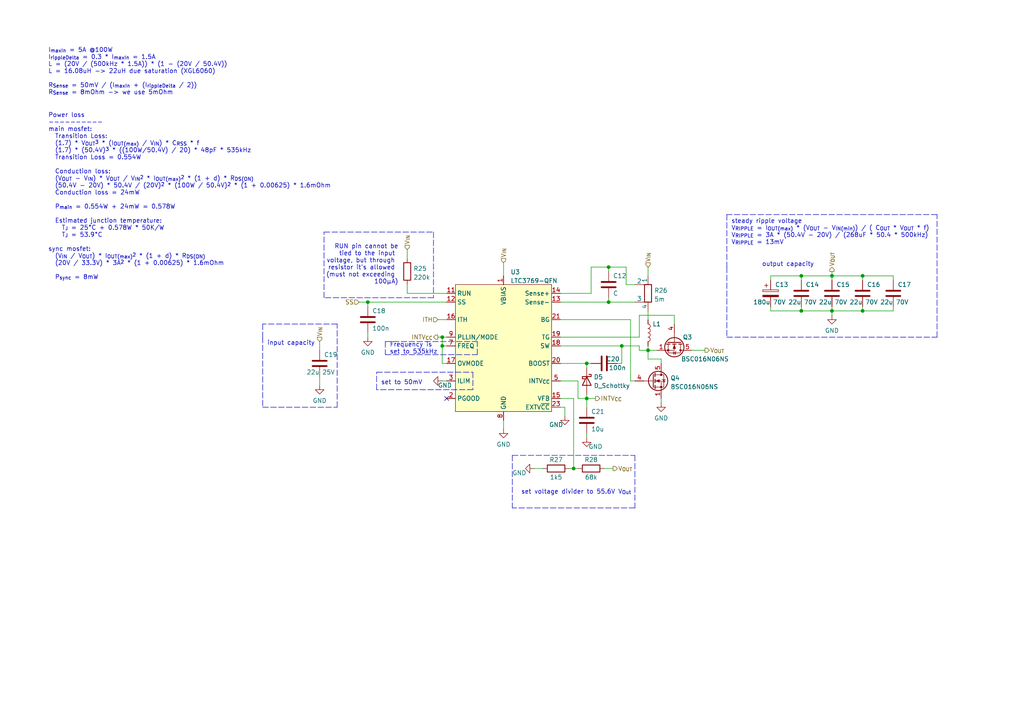
<source format=kicad_sch>
(kicad_sch (version 20211123) (generator eeschema)
  (paper "A4")
  (lib_symbols
    (symbol "Device:C" (pin_numbers hide) (pin_names (offset 0.254))
      (property "Reference" "C" (at 0.635 2.54 0))
      (property "Value" "C" (at 0.635 -2.54 0))
      (symbol "C_0_1"
        (polyline (pts (xy -2.032 -0.762) (xy 2.032 -0.762)) (stroke (width 0.508)))
        (polyline (pts (xy -2.032 0.762) (xy 2.032 0.762)) (stroke (width 0.508)))
      )
      (symbol "C_1_1"
        (pin passive line (at 0 3.81 270) (length 2.794) (name "~") (number "1"))
        (pin passive line (at 0 -3.81 90) (length 2.794) (name "~") (number "2"))
      )
    )
    (symbol "Device:C_Polarized" (pin_numbers hide) (pin_names (offset 0.254))
      (property "Reference" "C" (at 0.635 2.54 0))
      (property "Value" "C_Polarized" (at 0.635 -2.54 0))
      (symbol "C_Polarized_0_1"
        (rectangle (start -2.286 0.508) (end 2.286 1.016))
        (polyline (pts (xy -1.778 2.286) (xy -0.762 2.286)))
        (polyline (pts (xy -1.27 2.794) (xy -1.27 1.778)))
        (rectangle (start 2.286 -0.508) (end -2.286 -1.016) (fill (type outline)))
      )
      (symbol "C_Polarized_1_1"
        (pin passive line (at 0 3.81 270) (length 2.794) (name "~") (number "1"))
        (pin passive line (at 0 -3.81 90) (length 2.794) (name "~") (number "2"))
      )
    )
    (symbol "Device:D_Schottky" (pin_numbers hide) (pin_names (offset 1.016) hide)
      (property "Reference" "D" (at 0 2.54 0))
      (property "Value" "D_Schottky" (at 0 -2.54 0))
      (symbol "D_Schottky_0_1"
        (polyline (pts (xy 1.27 0) (xy -1.27 0)))
        (polyline (pts (xy 1.27 1.27) (xy 1.27 -1.27) (xy -1.27 0) (xy 1.27 1.27)) (stroke (width 0.254)))
        (polyline (pts (xy -1.905 0.635) (xy -1.905 1.27) (xy -1.27 1.27) (xy -1.27 -1.27) (xy -0.635 -1.27) (xy -0.635 -0.635)) (stroke (width 0.254)))
      )
      (symbol "D_Schottky_1_1"
        (pin passive line (at -3.81 0 0) (length 2.54) (name "K") (number "1"))
        (pin passive line (at 3.81 0 180) (length 2.54) (name "A") (number "2"))
      )
    )
    (symbol "Device:L" (pin_numbers hide) (pin_names (offset 1.016) hide)
      (property "Reference" "L" (at -1.27 0 90))
      (property "Value" "L" (at 1.905 0 90))
      (symbol "L_0_1"
        (arc (start 0 -2.54) (mid 0.635 -1.905) (end 0 -1.27))
        (arc (start 0 -1.27) (mid 0.635 -0.635) (end 0 0))
        (arc (start 0 0) (mid 0.635 0.635) (end 0 1.27))
        (arc (start 0 1.27) (mid 0.635 1.905) (end 0 2.54))
      )
      (symbol "L_1_1"
        (pin passive line (at 0 3.81 270) (length 1.27) (name "1") (number "1"))
        (pin passive line (at 0 -3.81 90) (length 1.27) (name "2") (number "2"))
      )
    )
    (symbol "Device:R" (pin_numbers hide) (pin_names (offset 0))
      (property "Reference" "R" (at 2.032 0 90))
      (property "Value" "R" (at 0 0 90))
      (symbol "R_0_1"
        (rectangle (start -1.016 -2.54) (end 1.016 2.54) (stroke (width 0.254)))
      )
      (symbol "R_1_1"
        (pin passive line (at 0 3.81 270) (length 1.27) (name "~") (number "1"))
        (pin passive line (at 0 -3.81 90) (length 1.27) (name "~") (number "2"))
      )
    )
    (symbol "Device:R_Shunt" (pin_numbers hide) (pin_names (offset 0))
      (property "Reference" "R" (at -4.445 0 90))
      (property "Value" "R_Shunt" (at -2.54 0 90))
      (symbol "R_Shunt_0_1"
        (rectangle (start -1.016 -2.54) (end 1.016 2.54) (stroke (width 0.254)))
        (polyline (pts (xy 0 -2.54) (xy 1.27 -2.54)))
        (polyline (pts (xy 1.27 2.54) (xy 0 2.54)))
      )
      (symbol "R_Shunt_1_1"
        (pin passive line (at 0 5.08 270) (length 2.54) (name "1") (number "1"))
        (pin passive line (at 3.81 2.54 180) (length 2.54) (name "2") (number "2"))
        (pin passive line (at 3.81 -2.54 180) (length 2.54) (name "3") (number "3"))
        (pin passive line (at 0 -5.08 90) (length 2.54) (name "4") (number "4"))
      )
    )
    (symbol "extraSymbols:BSC016N06NS" (pin_names hide)
      (property "Reference" "Q" (at 5.08 1.905 0))
      (property "Value" "BSC016N06NS" (at 5.08 0 0))
      (symbol "BSC016N06NS_0_1"
        (polyline (pts (xy 0.254 0) (xy -2.54 0)))
        (polyline (pts (xy 0.254 1.905) (xy 0.254 -1.905)) (stroke (width 0.254)))
        (polyline (pts (xy 0.762 -1.27) (xy 0.762 -2.286)) (stroke (width 0.254)))
        (polyline (pts (xy 0.762 0.508) (xy 0.762 -0.508)) (stroke (width 0.254)))
        (polyline (pts (xy 0.762 2.286) (xy 0.762 1.27)) (stroke (width 0.254)))
        (polyline (pts (xy 2.54 2.54) (xy 2.54 1.778)))
        (polyline (pts (xy 2.54 -2.54) (xy 2.54 0) (xy 0.762 0)))
        (polyline (pts (xy 0.762 -1.778) (xy 3.302 -1.778) (xy 3.302 1.778) (xy 0.762 1.778)))
        (polyline (pts (xy 1.016 0) (xy 2.032 0.381) (xy 2.032 -0.381) (xy 1.016 0)) (fill (type outline)))
        (polyline (pts (xy 2.794 0.508) (xy 2.921 0.381) (xy 3.683 0.381) (xy 3.81 0.254)))
        (polyline (pts (xy 3.302 0.381) (xy 2.921 -0.254) (xy 3.683 -0.254) (xy 3.302 0.381)))
        (circle (center 1.651 0) (radius 2.794) (stroke (width 0.254)))
        (circle (center 2.54 -1.778) (radius 0.254) (fill (type outline)))
        (circle (center 2.54 1.778) (radius 0.254) (fill (type outline)))
      )
      (symbol "BSC016N06NS_1_1"
        (pin passive line (at 2.54 -5.08 90) (length 2.54) (name "S") (number "1"))
        (pin passive line (at 2.54 -5.08 90) (length 2.54) hide (name "S") (number "2"))
        (pin passive line (at 2.54 -5.08 90) (length 2.54) hide (name "S") (number "3"))
        (pin passive line (at -5.08 0 0) (length 2.54) (name "G") (number "4"))
        (pin passive line (at 2.54 5.08 270) (length 2.54) (name "D") (number "5"))
      )
    )
    (symbol "extraSymbols:LTC3769-QFN"
      (property "Reference" "U" (at 5.08 20.32 0))
      (property "Value" "LTC3769-QFN" (at 0 0 0))
      (symbol "LTC3769-QFN_0_0"
        (pin passive line (at 0 21.59 270) (length 2.54) (name "VBIAS") (number "1"))
        (pin passive line (at 0 -20.32 90) (length 2.54) hide (name "GND") (number "10"))
        (pin passive line (at -16.51 16.51 0) (length 2.54) (name "RUN") (number "11"))
        (pin passive line (at -16.51 13.97 0) (length 2.54) (name "SS") (number "12"))
        (pin passive line (at 16.51 13.97 180) (length 2.54) (name "Sense-") (number "13"))
        (pin passive line (at 16.51 16.51 180) (length 2.54) (name "Sense+") (number "14"))
        (pin passive line (at 16.51 -13.97 180) (length 2.54) (name "VFB") (number "15"))
        (pin passive line (at -16.51 8.89 0) (length 2.54) (name "ITH") (number "16"))
        (pin passive line (at -16.51 -3.81 0) (length 2.54) (name "OVMODE") (number "17"))
        (pin passive line (at 16.51 1.27 180) (length 2.54) (name "SW") (number "18"))
        (pin passive line (at 16.51 3.81 180) (length 2.54) (name "TG") (number "19"))
        (pin passive line (at -16.51 -13.97 0) (length 2.54) (name "PGOOD") (number "2"))
        (pin passive line (at 16.51 -3.81 180) (length 2.54) (name "BOOST") (number "20"))
        (pin passive line (at 16.51 8.89 180) (length 2.54) (name "BG") (number "21"))
        (pin passive line (at 16.51 -8.89 180) (length 2.54) hide (name "INTV_{CC}") (number "22"))
        (pin passive line (at 16.51 -16.51 180) (length 2.54) (name "EXTV~{CC}") (number "23"))
        (pin passive line (at 0 -20.32 90) (length 2.54) hide (name "GND") (number "24"))
        (pin passive line (at 0 -20.32 90) (length 2.54) hide (name "GND") (number "25"))
        (pin passive line (at -16.51 -8.89 0) (length 2.54) (name "ILIM") (number "3"))
        (pin no_connect line (at 1.905 -20.32 90) (length 2.54) hide (name "NC") (number "4"))
        (pin passive line (at 16.51 -8.89 180) (length 2.54) (name "INTV_{CC}") (number "5"))
        (pin no_connect line (at 4.445 -20.32 90) (length 2.54) hide (name "NC") (number "6"))
        (pin passive line (at -16.51 1.27 0) (length 2.54) (name "FREQ") (number "7"))
        (pin passive line (at 0 -20.32 90) (length 2.54) (name "GND") (number "8"))
        (pin passive line (at -16.51 3.81 0) (length 2.54) (name "PLLIN/MODE") (number "9"))
      )
      (symbol "LTC3769-QFN_0_1"
        (rectangle (start -13.97 19.05) (end 13.97 -17.78) (stroke (width 0.1524)) (fill (type background)))
      )
    )
    (symbol "power:GND" (power) (pin_names (offset 0))
      (property "Value" "GND" (at 0 -3.81 0))
      (symbol "GND_0_1"
        (polyline (pts (xy 0 0) (xy 0 -1.27) (xy 1.27 -1.27) (xy 0 -2.54) (xy -1.27 -1.27) (xy 0 -1.27)))
      )
      (symbol "GND_1_1"
        (pin power_in line (at 0 0 270) (length 0) hide (name "GND") (number "1"))
      )
    )
  )
  (junction (at 187.96 101.6))
  (junction (at 232.41 90.17))
  (junction (at 250.19 80.01))
  (junction (at 250.19 90.17))
  (junction (at 176.53 87.63))
  (junction (at 180.34 100.33))
  (junction (at 176.53 77.47))
  (junction (at 232.41 80.01))
  (junction (at 106.68 87.63))
  (junction (at 166.37 135.89))
  (junction (at 170.18 105.41))
  (junction (at 128.27 97.79))
  (junction (at 128.27 100.33))
  (junction (at 170.18 115.57))
  (junction (at 241.3 90.17))
  (junction (at 241.3 80.01))
  (no_connect (at 129.54 115.57))
  (polyline (pts (xy 184.15 132.08) (xy 184.15 147.32)))
  (wire (pts (xy 232.41 90.17) (xy 241.3 90.17)))
  (polyline (pts (xy 210.82 62.23) (xy 210.82 77.47)))
  (wire (pts (xy 106.68 96.52) (xy 106.68 97.79)))
  (wire (pts (xy 200.66 101.6) (xy 204.47 101.6)))
  (wire (pts (xy 241.3 80.01) (xy 232.41 80.01)))
  (polyline (pts (xy 137.16 113.03) (xy 109.22 113.03)))
  (polyline (pts (xy 148.59 132.08) (xy 148.59 147.32)))
  (wire (pts (xy 165.1 135.89) (xy 166.37 135.89)))
  (wire (pts (xy 241.3 80.01) (xy 241.3 81.28)))
  (polyline (pts (xy 109.22 113.03) (xy 109.22 107.95)))
  (polyline (pts (xy 271.78 62.23) (xy 210.82 62.23)))
  (wire (pts (xy 176.53 87.63) (xy 184.15 87.63)))
  (wire (pts (xy 146.05 121.92) (xy 146.05 124.46)))
  (wire (pts (xy 241.3 88.9) (xy 241.3 90.17)))
  (polyline (pts (xy 76.2 93.98) (xy 76.2 97.79)))
  (polyline (pts (xy 210.82 97.79) (xy 271.78 97.79)))
  (wire (pts (xy 128.27 100.33) (xy 128.27 105.41)))
  (wire (pts (xy 232.41 80.01) (xy 232.41 81.28)))
  (wire (pts (xy 166.37 115.57) (xy 166.37 135.89)))
  (wire (pts (xy 162.56 92.71) (xy 182.88 92.71)))
  (wire (pts (xy 170.18 115.57) (xy 170.18 118.11)))
  (wire (pts (xy 170.18 115.57) (xy 172.72 115.57)))
  (wire (pts (xy 162.56 110.49) (xy 167.64 110.49)))
  (wire (pts (xy 250.19 80.01) (xy 259.08 80.01)))
  (polyline (pts (xy 138.43 102.87) (xy 138.43 99.06)))
  (wire (pts (xy 175.26 135.89) (xy 177.8 135.89)))
  (polyline (pts (xy 125.73 86.36) (xy 93.98 86.36)))
  (wire (pts (xy 181.61 77.47) (xy 181.61 82.55)))
  (wire (pts (xy 128.27 105.41) (xy 129.54 105.41)))
  (wire (pts (xy 170.18 105.41) (xy 170.18 106.68)))
  (wire (pts (xy 128.27 100.33) (xy 129.54 100.33)))
  (polyline (pts (xy 111.76 102.87) (xy 138.43 102.87)))
  (wire (pts (xy 259.08 90.17) (xy 259.08 88.9)))
  (wire (pts (xy 128.27 110.49) (xy 129.54 110.49)))
  (wire (pts (xy 180.34 100.33) (xy 180.34 105.41)))
  (polyline (pts (xy 125.73 67.31) (xy 125.73 86.36)))
  (wire (pts (xy 182.88 110.49) (xy 184.15 110.49)))
  (wire (pts (xy 187.96 101.6) (xy 185.42 101.6)))
  (wire (pts (xy 250.19 90.17) (xy 259.08 90.17)))
  (wire (pts (xy 241.3 80.01) (xy 250.19 80.01)))
  (wire (pts (xy 250.19 81.28) (xy 250.19 80.01)))
  (wire (pts (xy 128.27 97.79) (xy 129.54 97.79)))
  (wire (pts (xy 92.71 99.06) (xy 92.71 101.6)))
  (polyline (pts (xy 76.2 118.11) (xy 97.79 118.11)))
  (wire (pts (xy 259.08 80.01) (xy 259.08 81.28)))
  (wire (pts (xy 176.53 77.47) (xy 181.61 77.47)))
  (wire (pts (xy 118.11 85.09) (xy 118.11 82.55)))
  (polyline (pts (xy 93.98 86.36) (xy 93.98 67.31)))
  (wire (pts (xy 171.45 77.47) (xy 176.53 77.47)))
  (wire (pts (xy 127 92.71) (xy 129.54 92.71)))
  (wire (pts (xy 241.3 90.17) (xy 241.3 91.44)))
  (wire (pts (xy 191.77 104.14) (xy 187.96 104.14)))
  (wire (pts (xy 162.56 100.33) (xy 180.34 100.33)))
  (polyline (pts (xy 184.15 147.32) (xy 148.59 147.32)))
  (wire (pts (xy 179.07 105.41) (xy 180.34 105.41)))
  (wire (pts (xy 170.18 125.73) (xy 170.18 127)))
  (wire (pts (xy 167.64 110.49) (xy 167.64 115.57)))
  (polyline (pts (xy 210.82 77.47) (xy 210.82 97.79)))
  (wire (pts (xy 163.83 118.11) (xy 162.56 118.11)))
  (wire (pts (xy 190.5 101.6) (xy 187.96 101.6)))
  (wire (pts (xy 223.52 80.01) (xy 223.52 81.28)))
  (wire (pts (xy 127 97.79) (xy 128.27 97.79)))
  (wire (pts (xy 118.11 72.39) (xy 118.11 74.93)))
  (wire (pts (xy 187.96 101.6) (xy 187.96 100.33)))
  (wire (pts (xy 128.27 97.79) (xy 128.27 100.33)))
  (wire (pts (xy 171.45 85.09) (xy 171.45 77.47)))
  (wire (pts (xy 185.42 101.6) (xy 185.42 100.33)))
  (wire (pts (xy 146.05 76.2) (xy 146.05 80.01)))
  (wire (pts (xy 191.77 105.41) (xy 191.77 104.14)))
  (polyline (pts (xy 109.22 107.95) (xy 137.16 107.95)))
  (polyline (pts (xy 148.59 132.08) (xy 184.15 132.08)))
  (wire (pts (xy 166.37 135.89) (xy 167.64 135.89)))
  (wire (pts (xy 241.3 78.74) (xy 241.3 80.01)))
  (wire (pts (xy 232.41 88.9) (xy 232.41 90.17)))
  (wire (pts (xy 191.77 115.57) (xy 191.77 116.84)))
  (wire (pts (xy 92.71 109.22) (xy 92.71 111.76)))
  (polyline (pts (xy 97.79 93.98) (xy 76.2 93.98)))
  (wire (pts (xy 162.56 105.41) (xy 170.18 105.41)))
  (wire (pts (xy 182.88 92.71) (xy 182.88 110.49)))
  (wire (pts (xy 167.64 115.57) (xy 170.18 115.57)))
  (wire (pts (xy 162.56 85.09) (xy 171.45 85.09)))
  (wire (pts (xy 106.68 87.63) (xy 106.68 88.9)))
  (wire (pts (xy 187.96 77.47) (xy 187.96 80.01)))
  (wire (pts (xy 223.52 88.9) (xy 223.52 90.17)))
  (wire (pts (xy 162.56 115.57) (xy 166.37 115.57)))
  (polyline (pts (xy 111.76 99.06) (xy 138.43 99.06)))
  (wire (pts (xy 163.83 120.65) (xy 163.83 118.11)))
  (wire (pts (xy 104.14 87.63) (xy 106.68 87.63)))
  (wire (pts (xy 106.68 87.63) (xy 129.54 87.63)))
  (wire (pts (xy 232.41 80.01) (xy 223.52 80.01)))
  (wire (pts (xy 250.19 88.9) (xy 250.19 90.17)))
  (wire (pts (xy 185.42 97.79) (xy 162.56 97.79)))
  (wire (pts (xy 176.53 77.47) (xy 176.53 78.74)))
  (wire (pts (xy 129.54 85.09) (xy 118.11 85.09)))
  (polyline (pts (xy 271.78 97.79) (xy 271.78 62.23)))
  (polyline (pts (xy 137.16 107.95) (xy 137.16 113.03)))
  (wire (pts (xy 170.18 105.41) (xy 171.45 105.41)))
  (polyline (pts (xy 111.76 99.06) (xy 111.76 102.87)))
  (wire (pts (xy 187.96 101.6) (xy 187.96 104.14)))
  (wire (pts (xy 176.53 86.36) (xy 176.53 87.63)))
  (wire (pts (xy 185.42 91.44) (xy 185.42 97.79)))
  (polyline (pts (xy 76.2 97.79) (xy 76.2 118.11)))
  (wire (pts (xy 185.42 100.33) (xy 180.34 100.33)))
  (wire (pts (xy 241.3 90.17) (xy 250.19 90.17)))
  (wire (pts (xy 195.58 91.44) (xy 185.42 91.44)))
  (wire (pts (xy 187.96 90.17) (xy 187.96 92.71)))
  (polyline (pts (xy 97.79 118.11) (xy 97.79 93.98)))
  (wire (pts (xy 162.56 87.63) (xy 176.53 87.63)))
  (wire (pts (xy 170.18 114.3) (xy 170.18 115.57)))
  (wire (pts (xy 223.52 90.17) (xy 232.41 90.17)))
  (wire (pts (xy 181.61 82.55) (xy 184.15 82.55)))
  (wire (pts (xy 154.94 135.89) (xy 157.48 135.89)))
  (wire (pts (xy 195.58 93.98) (xy 195.58 91.44)))
  (polyline (pts (xy 93.98 67.31) (xy 125.73 67.31)))
  (text "Power loss\n----------\nmain mosfet:\n  Transition Loss:\n  (1.7) * V_{OUT}^{3} * (I_{OUT(max)} / V_{IN}) * C_{RSS} * f\n  (1.7) * (50.4V)^{3} * ((100W/50.4V) / 20) * 48pF * 535kHz\n  Transition Loss = 0.554W\n\n  Conduction loss:\n  (V_{OUT} - V_{IN}) * V_{OUT} / V_{IN}^{2} * I_{OUT(max)}^{2} * (1 + d) * R_{DS(ON)}\n  (50.4V - 20V) * 50.4V / (20V)^{2} * (100W / 50.4V)^{2} * (1 + 0.00625) * 1.6mOhm\n  Conduction loss = 24mW\n\n  P_{main} = 0.554W + 24mW = 0.578W\n\n  Estimated junction temperature:\n    T_{J} = 25°C + 0.578W * 50K/W\n    T_{J} = 53.9°C\n\nsync mosfet:\n  (V_{IN} / V_{OUT}) * I_{OUT(max)}^{2} * (1 + d) * R_{DS(ON)}\n  (20V / 33.3V) * 3A^{2} * (1 + 0.00625) * 1.6mOhm\n\n  P_{sync} = 8mW\n" (at 13.97 81.28 0) (effects (font (size 1.27 1.27)) (justify left bottom)))
  (text "steady ripple voltage\nV_{RIPPLE} = I_{OUT(max)} * (V_{OUT} - V_{IN(min)}) / ( C_{OUT} * V_{OUT} * f)\nV_{RIPPLE} = 3A * (50.4V - 20V) / (268uF * 50.4 * 500kHz)\nV_{RIPPLE} = 13mV" (at 212.09 71.12 0) (effects (font (size 1.27 1.27)) (justify left bottom)))
  (text "I_{maxIn} = 5A @100W\nI_{rippleDelta} = 0.3 * I_{maxIn} = 1.5A\nL = (20V / (500kHz * 1.5A)) * (1 - (20V / 50.4V))\nL = 16.08uH -> 22uH due saturation (XGL6060)\n\nR_{Sense} = 50mV / (I_{maxIn} + (I_{rippleDelta} / 2))\nR_{Sense} = 8mOhm -> we use 5mOhm \n\n\n" (at 13.97 31.75 0) (effects (font (size 1.27 1.27)) (justify left bottom)))
  (text "input capacity" (at 77.47 100.33 0) (effects (font (size 1.27 1.27)) (justify left bottom)))
  (text "output capacity" (at 220.98 77.47 0) (effects (font (size 1.27 1.27)) (justify left bottom)))
  (text "RUN pin cannot be\ntied to the input \nvoltage, but through \nresistor it's allowed \n(must not exceeding \n100µA)" (at 115.57 82.55 0) (effects (font (size 1.27 1.27)) (justify right bottom)))
  (text "set to 50mV" (at 110.49 111.76 0) (effects (font (size 1.27 1.27)) (justify left bottom)))
  (text "set voltage divider to 55.6V V_{Out}" (at 151.13 143.51 0) (effects (font (size 1.27 1.27)) (justify left bottom)))
  (text "Frequency is \nset to 535kHz" (at 113.03 102.87 0) (effects (font (size 1.27 1.27)) (justify left bottom)))
  (hierarchical_label "ITH" (shape input) (at 127 92.71 180))
  (hierarchical_label "V_{OUT}" (shape output) (at 204.47 101.6 0))
  (hierarchical_label "V_{OUT}" (shape output) (at 177.8 135.89 0))
  (hierarchical_label "V_{OUT}" (shape output) (at 241.3 78.74 90))
  (hierarchical_label "SS" (shape input) (at 104.14 87.63 180))
  (hierarchical_label "V_{IN}" (shape input) (at 146.05 76.2 90))
  (hierarchical_label "V_{IN}" (shape input) (at 92.71 99.06 90))
  (hierarchical_label "V_{IN}" (shape input) (at 187.96 77.47 90))
  (hierarchical_label "V_{IN}" (shape input) (at 118.11 72.39 90))
  (hierarchical_label "INTV_{CC}" (shape output) (at 172.72 115.57 0))
  (hierarchical_label "INTV_{CC}" (shape output) (at 127 97.79 180))
  (symbol (lib_id "power:GND") (at 128.27 110.49 270) (unit 1)
    (property "Reference" "#PWR0120" (effects hide))
    (property "Value" "GND" (at 127 111.76 90) (effects (justify left)))
  )
  (symbol (lib_id "Device:C") (at 92.71 105.41 0) (unit 1)
    (property "Reference" "C19" (at 93.98 102.87 0) (effects (justify left)))
    (property "Value" "22u 25V" (at 88.9 107.95 0) (effects (justify left)))
  )
  (symbol (lib_id "Device:C") (at 232.41 85.09 0) (unit 1)
    (property "Reference" "C14" (at 233.68 82.55 0) (effects (justify left)))
    (property "Value" "22u 70V" (at 228.6 87.63 0) (effects (justify left)))
  )
  (symbol (lib_id "power:GND") (at 146.05 124.46 0) (unit 1)
    (property "Reference" "#PWR0117" (effects hide))
    (property "Value" "GND" (at 146.05 128.9034 0))
  )
  (symbol (lib_id "Device:D_Schottky") (at 170.18 110.49 270) (unit 1)
    (property "Reference" "D5" (at 172.212 109.3378 90) (effects (justify left)))
    (property "Value" "D_Schottky" (at 172.212 111.8747 90) (effects (justify left)))
  )
  (symbol (lib_id "Device:C_Polarized") (at 223.52 85.09 0) (unit 1)
    (property "Reference" "C13" (at 224.79 82.55 0) (effects (justify left)))
    (property "Value" "180u 70V" (at 218.44 87.63 0) (effects (justify left)))
  )
  (symbol (lib_id "extraSymbols:BSC016N06NS") (at 189.23 110.49 0) (unit 1)
    (property "Reference" "Q4" (at 194.437 109.6553 0) (effects (justify left)))
    (property "Value" "BSC016N06NS" (at 194.437 112.1922 0) (effects (justify left)))
    (property "Footprint" "Package_TO_SOT_SMD:TDSON-8-1" (effects hide))
    (property "Datasheet" "https://www.infineon.com/dgdl/Infineon-BSC016N06NS-DataSheet-v02_05-EN.pdf?fileId=db3a3043353fdc160135532b353c483c" (effects hide))
  )
  (symbol (lib_id "Device:C") (at 170.18 121.92 0) (unit 1)
    (property "Reference" "C21" (at 171.45 119.38 0) (effects (justify left)))
    (property "Value" "10u" (at 171.45 124.46 0) (effects (justify left)))
  )
  (symbol (lib_id "power:GND") (at 106.68 97.79 0) (unit 1)
    (property "Reference" "#PWR0122" (effects hide))
    (property "Value" "GND" (at 106.68 102.2334 0))
  )
  (symbol (lib_id "power:GND") (at 170.18 127 0) (unit 1)
    (property "Reference" "#PWR0116" (effects hide))
    (property "Value" "GND" (at 172.72 129.54 0))
  )
  (symbol (lib_id "extraSymbols:LTC3769-QFN") (at 146.05 101.6 0) (unit 1)
    (property "Reference" "U3" (at 148.0694 78.901 0) (effects (justify left)))
    (property "Value" "LTC3769-QFN" (at 148.0694 81.4379 0) (effects (justify left)))
    (property "Footprint" "Package_DFN_QFN:WQFN-24-1EP_4x4mm_P0.5mm_EP2.45x2.45mm_ThermalVias" (effects hide))
    (property "Datasheet" "https://www.analog.com/media/en/technical-documentation/data-sheets/3769fa.pdf#" (effects hide))
  )
  (symbol (lib_id "Device:C") (at 176.53 82.55 0) (unit 1)
    (property "Reference" "C12" (at 177.8 80.01 0) (effects (justify left)))
    (property "Value" "C" (at 177.8 85.09 0) (effects (justify left)))
  )
  (symbol (lib_id "Device:C") (at 175.26 105.41 270) (unit 1)
    (property "Reference" "C20" (at 177.8 104.14 90))
    (property "Value" "100n" (at 179.07 106.68 90))
  )
  (symbol (lib_id "power:GND") (at 241.3 91.44 0) (unit 1)
    (property "Reference" "#PWR0115" (effects hide))
    (property "Value" "GND" (at 241.3 95.8834 0))
  )
  (symbol (lib_id "Device:C") (at 106.68 92.71 0) (unit 1)
    (property "Reference" "C18" (at 107.95 90.17 0) (effects (justify left)))
    (property "Value" "100n" (at 107.95 95.25 0) (effects (justify left)))
  )
  (symbol (lib_id "power:GND") (at 92.71 111.76 0) (unit 1)
    (property "Reference" "#PWR0123" (effects hide))
    (property "Value" "GND" (at 92.71 116.2034 0))
  )
  (symbol (lib_id "Device:L") (at 187.96 96.52 0) (unit 1)
    (property "Reference" "L1" (at 189.23 93.98 0) (effects (justify left)))
  )
  (symbol (lib_id "Device:C") (at 250.19 85.09 0) (unit 1)
    (property "Reference" "C16" (at 251.46 82.55 0) (effects (justify left)))
    (property "Value" "22u 70V" (at 246.38 87.63 0) (effects (justify left)))
  )
  (symbol (lib_id "Device:C") (at 241.3 85.09 0) (unit 1)
    (property "Reference" "C15" (at 242.57 82.55 0) (effects (justify left)))
    (property "Value" "22u 70V" (at 237.49 87.63 0) (effects (justify left)))
  )
  (symbol (lib_id "Device:R") (at 118.11 78.74 0) (unit 1)
    (property "Reference" "R25" (at 119.888 77.9053 0) (effects (justify left)))
    (property "Value" "220k" (at 119.888 80.4422 0) (effects (justify left)))
  )
  (symbol (lib_id "Device:C") (at 259.08 85.09 0) (unit 1)
    (property "Reference" "C17" (at 260.35 82.55 0) (effects (justify left)))
    (property "Value" "22u 70V" (at 255.27 87.63 0) (effects (justify left)))
  )
  (symbol (lib_id "power:GND") (at 163.83 120.65 0) (unit 1)
    (property "Reference" "#PWR0118" (effects hide))
    (property "Value" "GND" (at 161.29 123.19 0))
  )
  (symbol (lib_id "Device:R") (at 171.45 135.89 90) (unit 1)
    (property "Reference" "R28" (at 171.45 133.35 90))
    (property "Value" "68k" (at 171.45 138.43 90))
  )
  (symbol (lib_id "extraSymbols:BSC016N06NS") (at 195.58 99.06 270) (unit 1)
    (property "Reference" "Q3" (at 199.39 97.79 90))
    (property "Value" "BSC016N06NS" (at 204.47 104.14 90))
    (property "Footprint" "Package_TO_SOT_SMD:TDSON-8-1" (effects hide))
    (property "Datasheet" "https://www.infineon.com/dgdl/Infineon-BSC016N06NS-DataSheet-v02_05-EN.pdf?fileId=db3a3043353fdc160135532b353c483c" (effects hide))
  )
  (symbol (lib_id "power:GND") (at 191.77 116.84 0) (unit 1)
    (property "Reference" "#PWR0121" (effects hide))
    (property "Value" "GND" (at 191.77 121.2834 0))
  )
  (symbol (lib_id "Device:R_Shunt") (at 187.96 85.09 0) (mirror y) (unit 1)
    (property "Reference" "R26" (at 189.738 84.2553 0) (effects (justify right)))
    (property "Value" "5m" (at 189.738 86.7922 0) (effects (justify right)))
  )
  (symbol (lib_id "Device:R") (at 161.29 135.89 90) (unit 1)
    (property "Reference" "R27" (at 161.29 133.35 90))
    (property "Value" "1k5" (at 161.29 138.43 90))
  )
  (symbol (lib_id "power:GND") (at 154.94 135.89 270) (unit 1)
    (property "Reference" "#PWR0119" (effects hide))
    (property "Value" "GND" (at 148.59 137.16 90) (effects (justify left)))
  )
)
</source>
